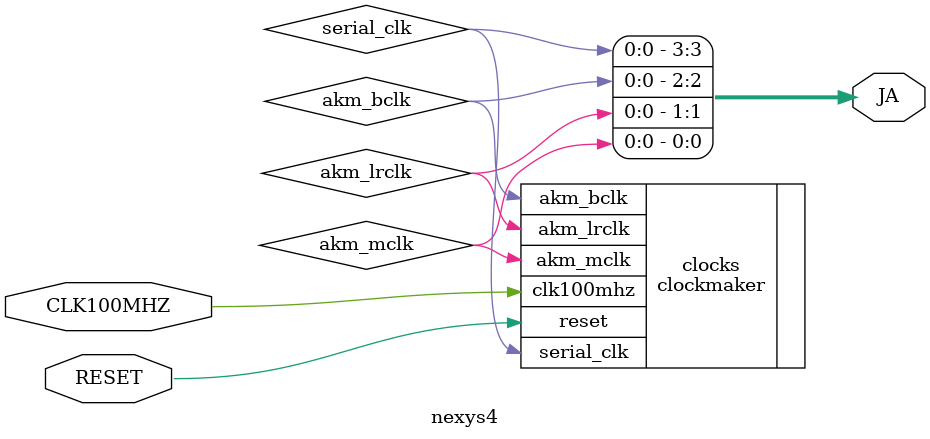
<source format=v>
`timescale 1ns / 1ps


module nexys4(
input CLK100MHZ, //input clock
input RESET, //switches
output [4:1] JA //output ports
    );
    wire akm_mclk;//, akm_lrclk, akm_bclk, serial_clk;
    assign JA[1]=akm_mclk;
    assign JA[2]=akm_lrclk;
    assign JA[3]=akm_bclk;
    assign JA[4]=serial_clk;
    clockmaker clocks(.clk100mhz(CLK100MHZ), .reset(RESET), .akm_mclk(akm_mclk), .akm_lrclk(akm_lrclk), .akm_bclk(akm_bclk), .serial_clk(serial_clk));
endmodule

</source>
